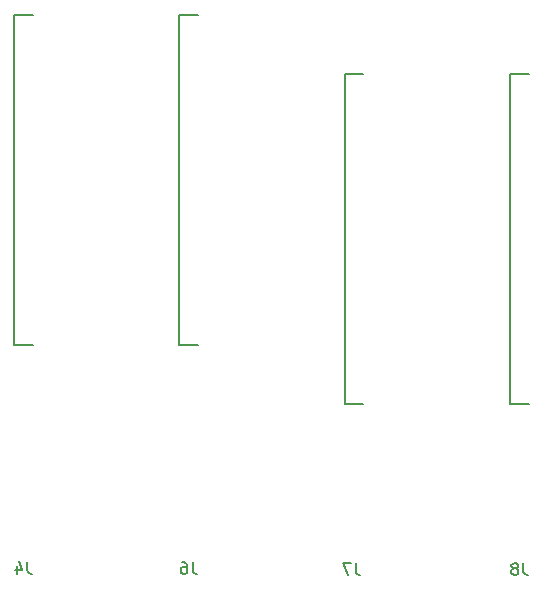
<source format=gbo>
G04 #@! TF.GenerationSoftware,KiCad,Pcbnew,(5.0.0)*
G04 #@! TF.CreationDate,2018-11-23T13:39:21+09:00*
G04 #@! TF.ProjectId,LED_hachune_2,4C45445F68616368756E655F322E6B69,rev?*
G04 #@! TF.SameCoordinates,Original*
G04 #@! TF.FileFunction,Legend,Bot*
G04 #@! TF.FilePolarity,Positive*
%FSLAX46Y46*%
G04 Gerber Fmt 4.6, Leading zero omitted, Abs format (unit mm)*
G04 Created by KiCad (PCBNEW (5.0.0)) date 11/23/18 13:39:21*
%MOMM*%
%LPD*%
G01*
G04 APERTURE LIST*
%ADD10C,0.150000*%
G04 APERTURE END LIST*
D10*
G04 #@! TO.C,J8*
X100500000Y-124000000D02*
X98900000Y-124000000D01*
X98900000Y-124000000D02*
X98900000Y-96000000D01*
X98900000Y-96000000D02*
X100500000Y-96000000D01*
G04 #@! TO.C,J7*
X84900000Y-96000000D02*
X86500000Y-96000000D01*
X84900000Y-124000000D02*
X84900000Y-96000000D01*
X86500000Y-124000000D02*
X84900000Y-124000000D01*
G04 #@! TO.C,J6*
X70900000Y-91000000D02*
X72500000Y-91000000D01*
X70900000Y-119000000D02*
X70900000Y-91000000D01*
X72500000Y-119000000D02*
X70900000Y-119000000D01*
G04 #@! TO.C,J4*
X58500000Y-119000000D02*
X56900000Y-119000000D01*
X56900000Y-119000000D02*
X56900000Y-91000000D01*
X56900000Y-91000000D02*
X58500000Y-91000000D01*
G04 #@! TO.C,J8*
X100033333Y-137452380D02*
X100033333Y-138166666D01*
X100080952Y-138309523D01*
X100176190Y-138404761D01*
X100319047Y-138452380D01*
X100414285Y-138452380D01*
X99414285Y-137880952D02*
X99509523Y-137833333D01*
X99557142Y-137785714D01*
X99604761Y-137690476D01*
X99604761Y-137642857D01*
X99557142Y-137547619D01*
X99509523Y-137500000D01*
X99414285Y-137452380D01*
X99223809Y-137452380D01*
X99128571Y-137500000D01*
X99080952Y-137547619D01*
X99033333Y-137642857D01*
X99033333Y-137690476D01*
X99080952Y-137785714D01*
X99128571Y-137833333D01*
X99223809Y-137880952D01*
X99414285Y-137880952D01*
X99509523Y-137928571D01*
X99557142Y-137976190D01*
X99604761Y-138071428D01*
X99604761Y-138261904D01*
X99557142Y-138357142D01*
X99509523Y-138404761D01*
X99414285Y-138452380D01*
X99223809Y-138452380D01*
X99128571Y-138404761D01*
X99080952Y-138357142D01*
X99033333Y-138261904D01*
X99033333Y-138071428D01*
X99080952Y-137976190D01*
X99128571Y-137928571D01*
X99223809Y-137880952D01*
G04 #@! TO.C,J7*
X85833333Y-137452380D02*
X85833333Y-138166666D01*
X85880952Y-138309523D01*
X85976190Y-138404761D01*
X86119047Y-138452380D01*
X86214285Y-138452380D01*
X85452380Y-137452380D02*
X84785714Y-137452380D01*
X85214285Y-138452380D01*
G04 #@! TO.C,J6*
X72033333Y-137352380D02*
X72033333Y-138066666D01*
X72080952Y-138209523D01*
X72176190Y-138304761D01*
X72319047Y-138352380D01*
X72414285Y-138352380D01*
X71128571Y-137352380D02*
X71319047Y-137352380D01*
X71414285Y-137400000D01*
X71461904Y-137447619D01*
X71557142Y-137590476D01*
X71604761Y-137780952D01*
X71604761Y-138161904D01*
X71557142Y-138257142D01*
X71509523Y-138304761D01*
X71414285Y-138352380D01*
X71223809Y-138352380D01*
X71128571Y-138304761D01*
X71080952Y-138257142D01*
X71033333Y-138161904D01*
X71033333Y-137923809D01*
X71080952Y-137828571D01*
X71128571Y-137780952D01*
X71223809Y-137733333D01*
X71414285Y-137733333D01*
X71509523Y-137780952D01*
X71557142Y-137828571D01*
X71604761Y-137923809D01*
G04 #@! TO.C,J4*
X58033333Y-137352380D02*
X58033333Y-138066666D01*
X58080952Y-138209523D01*
X58176190Y-138304761D01*
X58319047Y-138352380D01*
X58414285Y-138352380D01*
X57128571Y-137685714D02*
X57128571Y-138352380D01*
X57366666Y-137304761D02*
X57604761Y-138019047D01*
X56985714Y-138019047D01*
G04 #@! TD*
M02*

</source>
